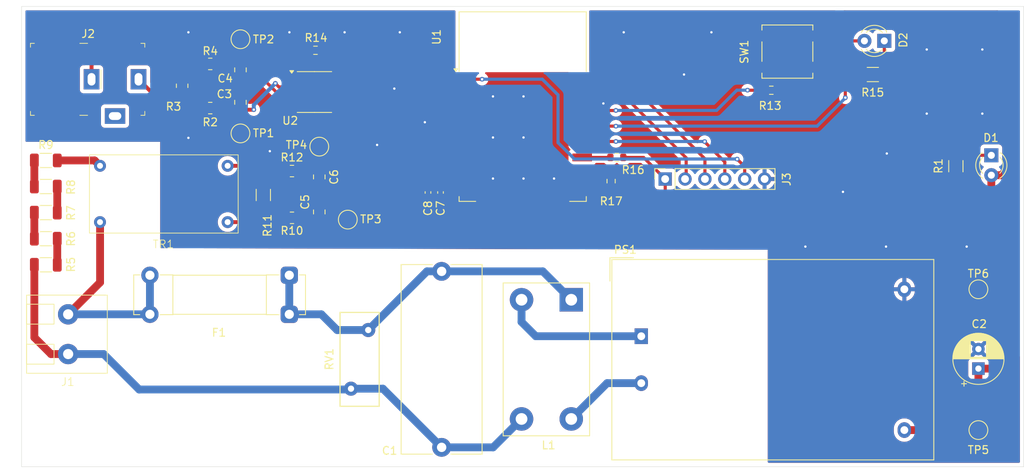
<source format=kicad_pcb>
(kicad_pcb (version 20240108) (generator "pcbnew") (generator_version "8.0")
  (layers (0 "F.Cu" signal) (31 "B.Cu" signal) (34 "B.Paste" user) (35 "F.Paste" user) (36 "B.SilkS" user "B.Silkscreen") (37 "F.SilkS" user "F.Silkscreen") (38 "B.Mask" user) (39 "F.Mask" user) (44 "Edge.Cuts" user))
  (net 0 "")
  (net 1 "+3V3")
  (net 2 "/VP")
  (net 3 "/IP1")
  (net 4 "/SDO{slash}MISO")
  (net 5 "/VN")
  (net 6 "/IN1")
  (net 7 "/SCLK")
  (net 8 "/SDI{slash}MOSI")
  (net 9 "GND")
  (net 10 "NEUT")
  (net 11 "Net-(C1-Pad1)")
  (net 12 "Net-(D1-K)")
  (net 13 "Net-(D2-K)")
  (net 14 "/GPIO5")
  (net 15 "LINE")
  (net 16 "/RXD{slash}TXD")
  (net 17 "/TXD{slash}RXD")
  (net 18 "/nRST")
  (net 19 "/GPIO0")
  (net 20 "Net-(PS1-AC{slash}L)")
  (net 21 "Net-(PS1-AC{slash}N)")
  (net 22 "Net-(R5-Pad1)")
  (net 23 "Net-(R6-Pad1)")
  (net 24 "Net-(R7-Pad2)")
  (net 25 "Net-(R8-Pad2)")
  (net 26 "Net-(R9-Pad1)")
  (net 27 "Net-(R10-Pad2)")
  (net 28 "Net-(R11-Pad2)")
  (net 29 "/GPIO4")
  (net 30 "Net-(U1-EN)")
  (net 31 "Net-(U1-GPIO2)")
  (net 32 "Net-(U1-GPIO15)")
  (net 42 "Net-(J2-Pad2)")
  (net 43 "Net-(J2-Pad1)")
  (footprint "Resistor_SMD:R_1206_3216Metric" (layer "F.Cu") (at 203.33 84.01 -90)
    (property "Reference" "R1" (at -0.02 2.22 90) (layer "F.SilkS"))
    (property "Value" "100")
    (pad "1" smd roundrect (at -1.4625 0 270) (size 1.125 1.75) (layers "F.Cu" "F.Paste" "F.Mask") (roundrect_rratio 0.222222) (net 12 "Net-(D1-K)"))
    (pad "2" smd roundrect (at 1.4625 0 270) (size 1.125 1.75) (layers "F.Cu" "F.Paste" "F.Mask") (roundrect_rratio 0.222222) (net 9 "GND"))
  )
  (footprint "Capacitor_SMD:C_0402_1005Metric" (layer "F.Cu") (at 137.51 87.37 90)
    (property "Reference" "C7" (at -2.02 0 -90) (layer "F.SilkS"))
    (property "Value" "10uF")
    (pad "1" smd roundrect (at -0.48 0 90) (size 0.56 0.62) (layers "F.Cu" "F.Paste" "F.Mask") (net 9 "GND"))
    (pad "2" smd roundrect (at 0.48 0 90) (size 0.56 0.62) (layers "F.Cu" "F.Paste" "F.Mask") (net 1 "+3V3"))
  )
  (footprint "Resistor_SMD:R_0603_1608Metric" (layer "F.Cu") (at 159.3 85.92 90)
    (property "Reference" "R17" (at -2.57 0.01 180) (layer "F.SilkS"))
    (property "Value" "10K")
    (pad "1" smd roundrect (at -0.825 0 90) (size 0.8 0.95) (layers "F.Cu" "F.Paste" "F.Mask") (net 9 "GND"))
    (pad "2" smd roundrect (at 0.825 0 90) (size 0.8 0.95) (layers "F.Cu" "F.Paste" "F.Mask") (net 32 "Net-(U1-GPIO15)"))
  )
  (footprint "LED_THT:LED_D3.0mm" (layer "F.Cu") (at 194.19 67.99 180)
    (property "Reference" "D2" (at -2.42 0.1 90) (layer "F.SilkS"))
    (property "Value" "LED")
    (pad "1" thru_hole rect (at 0 0 180) (size 1.8 1.8) (drill 0.9) (layers "*.Cu" "*.Mask") (net 13 "Net-(D2-K)"))
    (pad "2" thru_hole circle (at 2.54 0 180) (size 1.8 1.8) (drill 0.9) (layers "*.Cu" "*.Mask") (net 29 "/GPIO4"))
  )
  (footprint "Resistor_SMD:R_0805_2012Metric" (layer "F.Cu") (at 118.5375 84.63 180)
    (property "Reference" "R12" (at 0 1.74 180) (layer "F.SilkS"))
    (property "Value" "1.0K")
    (pad "1" smd roundrect (at -0.9125 0 180) (size 1.025 1.4) (layers "F.Cu" "F.Paste" "F.Mask") (roundrect_rratio 0.243902) (net 5 "/VN"))
    (pad "2" smd roundrect (at 0.9125 0 180) (size 1.025 1.4) (layers "F.Cu" "F.Paste" "F.Mask") (roundrect_rratio 0.243902) (net 28 "Net-(R11-Pad2)"))
  )
  (footprint "Resistor_SMD:R_0805_2012Metric" (layer "F.Cu") (at 104.51 73.7277 90)
    (property "Reference" "R3" (at -2.6623 -1.1 180) (layer "F.SilkS"))
    (property "Value" "3.3K")
    (pad "1" smd roundrect (at -0.9125 0 90) (size 1.025 1.4) (layers "F.Cu" "F.Paste" "F.Mask") (roundrect_rratio 0.243902) (net 43 "Net-(J2-Pad1)"))
    (pad "2" smd roundrect (at 0.9125 0 90) (size 1.025 1.4) (layers "F.Cu" "F.Paste" "F.Mask") (roundrect_rratio 0.243902) (net 42 "Net-(J2-Pad2)"))
  )
  (footprint "Resistor_SMD:R_0805_2012Metric" (layer "F.Cu") (at 108.1 76.58 180)
    (property "Reference" "R2" (at 0 -1.81 180) (layer "F.SilkS"))
    (property "Value" "1.0K")
    (pad "1" smd roundrect (at -0.9125 0 180) (size 1.025 1.4) (layers "F.Cu" "F.Paste" "F.Mask") (roundrect_rratio 0.243902) (net 3 "/IP1"))
    (pad "2" smd roundrect (at 0.9125 0 180) (size 1.025 1.4) (layers "F.Cu" "F.Paste" "F.Mask") (roundrect_rratio 0.243902) (net 43 "Net-(J2-Pad1)"))
  )
  (footprint "Resistor_SMD:R_1206_3216Metric" (layer "F.Cu") (at 87.0975 89.945)
    (property "Reference" "R7" (at 3.2125 0.045 -90) (layer "F.SilkS"))
    (property "Value" "20K")
    (pad "1" smd roundrect (at -1.4625 0) (size 1.125 1.75) (layers "F.Cu" "F.Paste" "F.Mask") (roundrect_rratio 0.222222) (net 23 "Net-(R6-Pad1)"))
    (pad "2" smd roundrect (at 1.4625 0) (size 1.125 1.75) (layers "F.Cu" "F.Paste" "F.Mask") (roundrect_rratio 0.222222) (net 24 "Net-(R7-Pad2)"))
  )
  (footprint "Converter_ACDC:Converter_ACDC_Hi-Link_HLK-5Mxx" (layer "F.Cu") (at 163.15 105.75)
    (property "Reference" "PS1" (at -2.04 -11.06 0) (layer "F.SilkS"))
    (property "Value" "HLK-5M03")
    (pad "1" thru_hole rect (at 0 0) (size 1.7 2) (drill 1) (layers "*.Cu" "*.Mask") (net 20 "Net-(PS1-AC{slash}L)"))
    (pad "2" thru_hole oval (at 0 6) (size 1.7 2) (drill 1) (layers "*.Cu" "*.Mask") (net 21 "Net-(PS1-AC{slash}N)"))
    (pad "3" thru_hole oval (at 33.6 -6) (size 1.7 2) (drill 1) (layers "*.Cu" "*.Mask") (net 9 "GND"))
    (pad "4" thru_hole oval (at 33.6 12) (size 1.7 2) (drill 1) (layers "*.Cu" "*.Mask") (net 1 "+3V3"))
  )
  (footprint "Capacitor_THT:C_Rect_L24.0mm_W10.1mm_P22.50mm_MKT" (layer "F.Cu") (at 137.6525 97.4575 -90)
    (property "Reference" "C1" (at 22.9325 6.6425 0) (layer "F.SilkS"))
    (property "Value" "0.1uF/275VAC")
    (pad "1" thru_hole circle (at 0 0 270) (size 2.4 2.4) (drill 1.2) (layers "*.Cu" "*.Mask") (net 11 "Net-(C1-Pad1)"))
    (pad "2" thru_hole circle (at 22.5 0 270) (size 2.4 2.4) (drill 1.2) (layers "*.Cu" "*.Mask") (net 10 "NEUT"))
  )
  (footprint "Package_SO:TSSOP-14_4.4x5mm_P0.65mm" (layer "F.Cu") (at 121.4075 74.53)
    (property "Reference" "U2" (at -3.0975 3.66 0) (layer "F.SilkS"))
    (property "Value" "BL0940")
    (pad "1" smd roundrect (at -2.8625 -1.95) (size 1.475 0.4) (layers "F.Cu" "F.Paste" "F.Mask") (net 1 "+3V3"))
    (pad "2" smd roundrect (at -2.8625 -1.3) (size 1.475 0.4) (layers "F.Cu" "F.Paste" "F.Mask"))
    (pad "3" smd roundrect (at -2.8625 -0.65) (size 1.475 0.4) (layers "F.Cu" "F.Paste" "F.Mask") (net 3 "/IP1"))
    (pad "4" smd roundrect (at -2.8625 0) (size 1.475 0.4) (layers "F.Cu" "F.Paste" "F.Mask") (net 6 "/IN1"))
    (pad "5" smd roundrect (at -2.8625 0.65) (size 1.475 0.4) (layers "F.Cu" "F.Paste" "F.Mask") (net 2 "/VP"))
    (pad "6" smd roundrect (at -2.8625 1.3) (size 1.475 0.4) (layers "F.Cu" "F.Paste" "F.Mask") (net 5 "/VN"))
    (pad "7" smd roundrect (at -2.8625 1.95) (size 1.475 0.4) (layers "F.Cu" "F.Paste" "F.Mask") (net 9 "GND"))
    (pad "8" smd roundrect (at 2.8625 1.95) (size 1.475 0.4) (layers "F.Cu" "F.Paste" "F.Mask"))
    (pad "9" smd roundrect (at 2.8625 1.3) (size 1.475 0.4) (layers "F.Cu" "F.Paste" "F.Mask"))
    (pad "10" smd roundrect (at 2.8625 0.65) (size 1.475 0.4) (layers "F.Cu" "F.Paste" "F.Mask") (net 1 "+3V3"))
    (pad "11" smd roundrect (at 2.8625 0) (size 1.475 0.4) (layers "F.Cu" "F.Paste" "F.Mask") (net 7 "/SCLK"))
    (pad "12" smd roundrect (at 2.8625 -0.65) (size 1.475 0.4) (layers "F.Cu" "F.Paste" "F.Mask") (net 8 "/SDI{slash}MOSI"))
    (pad "13" smd roundrect (at 2.8625 -1.3) (size 1.475 0.4) (layers "F.Cu" "F.Paste" "F.Mask") (net 4 "/SDO{slash}MISO"))
    (pad "14" smd roundrect (at 2.8625 -1.95) (size 1.475 0.4) (layers "F.Cu" "F.Paste" "F.Mask"))
  )
  (footprint "TestPoint:TestPoint_Pad_D2.0mm" (layer "F.Cu") (at 111.96 79.8177)
    (property "Reference" "TP1" (at 2.95 -0.0277 0) (layer "F.SilkS"))
    (property "Value" "TestPoint")
    (pad "1" smd circle (at 0 0) (size 2 2) (layers "F.Cu" "F.Mask") (net 3 "/IP1"))
  )
  (footprint "Resistor_SMD:R_1206_3216Metric" (layer "F.Cu") (at 192.7275 72.29 180)
    (property "Reference" "R15" (at 0.0175 -2.3 180) (layer "F.SilkS"))
    (property "Value" "100")
    (pad "1" smd roundrect (at -1.4625 0 180) (size 1.125 1.75) (layers "F.Cu" "F.Paste" "F.Mask") (roundrect_rratio 0.222222) (net 13 "Net-(D2-K)"))
    (pad "2" smd roundrect (at 1.4625 0 180) (size 1.125 1.75) (layers "F.Cu" "F.Paste" "F.Mask") (roundrect_rratio 0.222222) (net 9 "GND"))
  )
  (footprint "Resistor_SMD:R_1206_3216Metric" (layer "F.Cu") (at 114.88 87.69 90)
    (property "Reference" "R11" (at -3.9 0.53 90) (layer "F.SilkS"))
    (property "Value" "24.9K")
    (pad "1" smd roundrect (at -1.4625 0 90) (size 1.125 1.75) (layers "F.Cu" "F.Paste" "F.Mask") (roundrect_rratio 0.222222) (net 27 "Net-(R10-Pad2)"))
    (pad "2" smd roundrect (at 1.4625 0 90) (size 1.125 1.75) (layers "F.Cu" "F.Paste" "F.Mask") (roundrect_rratio 0.222222) (net 28 "Net-(R11-Pad2)"))
  )
  (footprint "Resistor_SMD:R_1206_3216Metric" (layer "F.Cu") (at 87.0975 86.61 180)
    (property "Reference" "R8" (at -3.2125 -0.08 90) (layer "F.SilkS"))
    (property "Value" "20K")
    (pad "1" smd roundrect (at -1.4625 0 180) (size 1.125 1.75) (layers "F.Cu" "F.Paste" "F.Mask") (roundrect_rratio 0.222222) (net 24 "Net-(R7-Pad2)"))
    (pad "2" smd roundrect (at 1.4625 0 180) (size 1.125 1.75) (layers "F.Cu" "F.Paste" "F.Mask") (roundrect_rratio 0.222222) (net 25 "Net-(R8-Pad2)"))
  )
  (footprint "Resistor_SMD:R_0805_2012Metric" (layer "F.Cu") (at 118.5375 90.61 180)
    (property "Reference" "R10" (at 0 -1.65 180) (layer "F.SilkS"))
    (property "Value" "1.0K")
    (pad "1" smd roundrect (at -0.9125 0 180) (size 1.025 1.4) (layers "F.Cu" "F.Paste" "F.Mask") (roundrect_rratio 0.243902) (net 2 "/VP"))
    (pad "2" smd roundrect (at 0.9125 0 180) (size 1.025 1.4) (layers "F.Cu" "F.Paste" "F.Mask") (roundrect_rratio 0.243902) (net 27 "Net-(R10-Pad2)"))
  )
  (footprint "TestPoint:TestPoint_Pad_D2.0mm" (layer "F.Cu") (at 206.21 99.75)
    (property "Reference" "TP6" (at 0 -1.998 0) (layer "F.SilkS"))
    (property "Value" "TestPoint")
    (pad "1" smd circle (at 0 0) (size 2 2) (layers "F.Cu" "F.Mask") (net 9 "GND"))
  )
  (footprint "Resistor_SMD:R_1206_3216Metric" (layer "F.Cu") (at 87.0975 93.28)
    (property "Reference" "R6" (at 3.2125 0.01 -90) (layer "F.SilkS"))
    (property "Value" "20K")
    (pad "1" smd roundrect (at -1.4625 0) (size 1.125 1.75) (layers "F.Cu" "F.Paste" "F.Mask") (roundrect_rratio 0.222222) (net 23 "Net-(R6-Pad1)"))
    (pad "2" smd roundrect (at 1.4625 0) (size 1.125 1.75) (layers "F.Cu" "F.Paste" "F.Mask") (roundrect_rratio 0.222222) (net 22 "Net-(R5-Pad1)"))
  )
  (footprint "Varistor:RV_Disc_D12mm_W5mm_P7.5mm" (layer "F.Cu") (at 128.27625 104.9575 -90)
    (property "Reference" "RV1" (at 3.7325 4.96625 90) (layer "F.SilkS"))
    (property "Value" "560V")
    (pad "1" thru_hole circle (at 0 0 270) (size 1.8 1.8) (drill 0.8) (layers "*.Cu" "*.Mask") (net 11 "Net-(C1-Pad1)"))
    (pad "2" thru_hole circle (at 7.5 2.2 270) (size 1.8 1.8) (drill 0.8) (layers "*.Cu" "*.Mask") (net 10 "NEUT"))
  )
  (footprint "RF_Module:ESP-12E" (layer "F.Cu") (at 148.005 76.39)
    (property "Reference" "U1" (at -10.995 -8.9 90) (layer "F.SilkS"))
    (property "Value" "ESP-12F")
    (pad "1" smd rect (at -7.6 -3.5) (size 2.5 1) (layers "F.Cu" "F.Paste" "F.Mask") (net 18 "/nRST"))
    (pad "2" smd rect (at -7.6 -1.5) (size 2.5 1) (layers "F.Cu" "F.Paste" "F.Mask"))
    (pad "3" smd rect (at -7.6 0.5) (size 2.5 1) (layers "F.Cu" "F.Paste" "F.Mask") (net 30 "Net-(U1-EN)"))
    (pad "4" smd rect (at -7.6 2.5) (size 2.5 1) (layers "F.Cu" "F.Paste" "F.Mask"))
    (pad "5" smd rect (at -7.6 4.5) (size 2.5 1) (layers "F.Cu" "F.Paste" "F.Mask") (net 7 "/SCLK"))
    (pad "6" smd rect (at -7.6 6.5) (size 2.5 1) (layers "F.Cu" "F.Paste" "F.Mask") (net 4 "/SDO{slash}MISO"))
    (pad "7" smd rect (at -7.6 8.5) (size 2.5 1) (layers "F.Cu" "F.Paste" "F.Mask") (net 8 "/SDI{slash}MOSI"))
    (pad "8" smd rect (at -7.6 10.5) (size 2.5 1) (layers "F.Cu" "F.Paste" "F.Mask") (net 1 "+3V3"))
    (pad "9" smd rect (at -5 12) (size 1 1.8) (layers "F.Cu" "F.Paste" "F.Mask"))
    (pad "10" smd rect (at -3 12) (size 1 1.8) (layers "F.Cu" "F.Paste" "F.Mask"))
    (pad "11" smd rect (at -1 12) (size 1 1.8) (layers "F.Cu" "F.Paste" "F.Mask"))
    (pad "12" smd rect (at 1 12) (size 1 1.8) (layers "F.Cu" "F.Paste" "F.Mask"))
    (pad "13" smd rect (at 3 12) (size 1 1.8) (layers "F.Cu" "F.Paste" "F.Mask"))
    (pad "14" smd rect (at 5 12) (size 1 1.8) (layers "F.Cu" "F.Paste" "F.Mask"))
    (pad "15" smd rect (at 7.6 10.5) (size 2.5 1) (layers "F.Cu" "F.Paste" "F.Mask") (net 9 "GND"))
    (pad "16" smd rect (at 7.6 8.5) (size 2.5 1) (layers "F.Cu" "F.Paste" "F.Mask") (net 32 "Net-(U1-GPIO15)"))
    (pad "17" smd rect (at 7.6 6.5) (size 2.5 1) (layers "F.Cu" "F.Paste" "F.Mask") (net 31 "Net-(U1-GPIO2)"))
    (pad "18" smd rect (at 7.6 4.5) (size 2.5 1) (layers "F.Cu" "F.Paste" "F.Mask") (net 19 "/GPIO0"))
    (pad "19" smd rect (at 7.6 2.5) (size 2.5 1) (layers "F.Cu" "F.Paste" "F.Mask") (net 29 "/GPIO4"))
    (pad "20" smd rect (at 7.6 0.5) (size 2.5 1) (layers "F.Cu" "F.Paste" "F.Mask") (net 14 "/GPIO5"))
    (pad "21" smd rect (at 7.6 -1.5) (size 2.5 1) (layers "F.Cu" "F.Paste" "F.Mask") (net 16 "/RXD{slash}TXD"))
    (pad "22" smd rect (at 7.6 -3.5) (size 2.5 1) (layers "F.Cu" "F.Paste" "F.Mask") (net 17 "/TXD{slash}RXD"))
    (zone (net 0) (net_name "") (layers "*.Cu") (connect_pads (clearance 0)) (min_thickness 0.254)
      (keepout (tracks not_allowed) (vias not_allowed) (pads not_allowed) (copperpour not_allowed) (footprints not_allowed))
      (fill (thermal_gap 0.508) (thermal_bridge_width 0.508))
      (polygon (pts (xy 139.885 71.59) (xy 156.125 71.59) (xy 156.125 64.27) (xy 139.885 64.27)))
    )
  )
  (footprint "1_Custom_Library:ZMPT107-1" (layer "F.Cu") (at 102.17 87.86)
    (property "Reference" "TR1" (at -0.06 6.13 0) (layer "F.SilkS") (effects (font (thickness 0.1))))
    (property "Value" "ZMPT107-1")
    (pad "1" thru_hole circle (at -8.15 3.3) (size 1.524 1.524) (drill 0.762) (layers "*.Cu" "*.Mask") (net 15 "LINE"))
    (pad "2" thru_hole circle (at -8.15 -3.9) (size 1.524 1.524) (drill 0.762) (layers "*.Cu" "*.Mask") (net 26 "Net-(R9-Pad1)"))
    (pad "3" thru_hole circle (at 8.15 3.3) (size 1.524 1.524) (drill 0.762) (layers "*.Cu" "*.Mask") (net 27 "Net-(R10-Pad2)"))
    (pad "4" thru_hole circle (at 8.15 -3.9) (size 1.524 1.524) (drill 0.762) (layers "*.Cu" "*.Mask") (net 28 "Net-(R11-Pad2)"))
  )
  (footprint "TestPoint:TestPoint_Pad_D2.0mm" (layer "F.Cu") (at 122.0275 81.51)
    (property "Reference" "TP4" (at -2.9175 -0.22 0) (layer "F.SilkS"))
    (property "Value" "TestPoint")
    (pad "1" smd circle (at 0 0) (size 2 2) (layers "F.Cu" "F.Mask") (net 5 "/VN"))
  )
  (footprint "TestPoint:TestPoint_Pad_D2.0mm" (layer "F.Cu") (at 125.6675 90.84)
    (property "Reference" "TP3" (at 2.9425 -0.05 0) (layer "F.SilkS"))
    (property "Value" "TestPoint")
    (pad "1" smd circle (at 0 0) (size 2 2) (layers "F.Cu" "F.Mask") (net 2 "/VP"))
  )
  (footprint "Capacitor_SMD:C_0805_2012Metric" (layer "F.Cu") (at 111.96 71.6954 90)
    (property "Reference" "C4" (at -1.0946 -1.95 180) (layer "F.SilkS"))
    (property "Value" "33nF")
    (pad "1" smd roundrect (at -0.95 0 90) (size 1 1.45) (layers "F.Cu" "F.Paste" "F.Mask") (net 9 "GND"))
    (pad "2" smd roundrect (at 0.95 0 90) (size 1 1.45) (layers "F.Cu" "F.Paste" "F.Mask") (net 6 "/IN1"))
  )
  (footprint "1_Custom_Library:1x2P_5.00_Screw_Terminal_Block" (layer "F.Cu") (at 89.80125 104.69988)
    (property "Reference" "J1" (at 0.10875 6.89012 0) (layer "F.SilkS") (effects (font (thickness 0.1))))
    (property "Value" "Screw_Terminal_01x02")
    (pad "1" thru_hole circle (at 0.15 -1.75) (size 2.6 2.6) (drill 1.3) (layers "*.Cu" "*.Mask") (net 15 "LINE"))
    (pad "2" thru_hole circle (at 0.15 3.33) (size 2.6 2.6) (drill 1.3) (layers "*.Cu" "*.Mask") (net 10 "NEUT"))
  )
  (footprint "Resistor_SMD:R_1206_3216Metric" (layer "F.Cu") (at 87.0975 96.615 180)
    (property "Reference" "R5" (at -3.2125 0.025 90) (layer "F.SilkS"))
    (property "Value" "20K")
    (pad "1" smd roundrect (at -1.4625 0 180) (size 1.125 1.75) (layers "F.Cu" "F.Paste" "F.Mask") (roundrect_rratio 0.222222) (net 22 "Net-(R5-Pad1)"))
    (pad "2" smd roundrect (at 1.4625 0 180) (size 1.125 1.75) (layers "F.Cu" "F.Paste" "F.Mask") (roundrect_rratio 0.222222) (net 10 "NEUT"))
  )
  (footprint "Capacitor_SMD:C_0805_2012Metric" (layer "F.Cu") (at 111.96 75.84 90)
    (property "Reference" "C3" (at 1.05 -2.05 180) (layer "F.SilkS"))
    (property "Value" "33nF")
    (pad "1" smd roundrect (at -0.95 0 90) (size 1 1.45) (layers "F.Cu" "F.Paste" "F.Mask") (net 3 "/IP1"))
    (pad "2" smd roundrect (at 0.95 0 90) (size 1 1.45) (layers "F.Cu" "F.Paste" "F.Mask") (net 9 "GND"))
  )
  (footprint "Capacitor_SMD:C_0402_1005Metric" (layer "F.Cu") (at 135.91 87.37 90)
    (property "Reference" "C8" (at -2.02 0 -90) (layer "F.SilkS"))
    (property "Value" "100nF")
    (pad "1" smd roundrect (at -0.48 0 90) (size 0.56 0.62) (layers "F.Cu" "F.Paste" "F.Mask") (net 9 "GND"))
    (pad "2" smd roundrect (at 0.48 0 90) (size 0.56 0.62) (layers "F.Cu" "F.Paste" "F.Mask") (net 1 "+3V3"))
  )
  (footprint "LED_THT:LED_D3.0mm" (layer "F.Cu") (at 207.86 82.62 -90)
    (property "Reference" "D1" (at -2.23 0.05 0) (layer "F.SilkS"))
    (property "Value" "LED")
    (pad "1" thru_hole rect (at 0 0 270) (size 1.8 1.8) (drill 0.9) (layers "*.Cu" "*.Mask") (net 12 "Net-(D1-K)"))
    (pad "2" thru_hole circle (at 2.54 0 270) (size 1.8 1.8) (drill 0.9) (layers "*.Cu" "*.Mask") (net 1 "+3V3"))
  )
  (footprint "Capacitor_SMD:C_0805_2012Metric" (layer "F.Cu") (at 122.0275 89.86 90)
    (property "Reference" "C5" (at 1.27 -1.8175 -90) (layer "F.SilkS"))
    (property "Value" "33nF")
    (pad "1" smd roundrect (at -0.95 0 90) (size 1 1.45) (layers "F.Cu" "F.Paste" "F.Mask") (net 2 "/VP"))
    (pad "2" smd roundrect (at 0.95 0 90) (size 1 1.45) (layers "F.Cu" "F.Paste" "F.Mask") (net 9 "GND"))
  )
  (footprint "Resistor_SMD:R_0805_2012Metric" (layer "F.Cu") (at 108.1 70.9354 180)
    (property "Reference" "R4" (at 0 1.6454 180) (layer "F.SilkS"))
    (property "Value" "1.0K")
    (pad "1" smd roundrect (at -0.9125 0 180) (size 1.025 1.4) (layers "F.Cu" "F.Paste" "F.Mask") (roundrect_rratio 0.243902) (net 6 "/IN1"))
    (pad "2" smd roundrect (at 0.9125 0 180) (size 1.025 1.4) (layers "F.Cu" "F.Paste" "F.Mask") (roundrect_rratio 0.243902) (net 42 "Net-(J2-Pad2)"))
  )
  (footprint "Resistor_SMD:R_0603_1608Metric" (layer "F.Cu") (at 179.76 74.3)
    (property "Reference" "R13" (at -0.15 1.99 0) (layer "F.SilkS"))
    (property "Value" "10K")
    (pad "1" smd roundrect (at -0.825 0) (size 0.8 0.95) (layers "F.Cu" "F.Paste" "F.Mask") (net 14 "/GPIO5"))
    (pad "2" smd roundrect (at 0.825 0) (size 0.8 0.95) (layers "F.Cu" "F.Paste" "F.Mask") (net 9 "GND"))
  )
  (footprint "TestPoint:TestPoint_Pad_D2.0mm" (layer "F.Cu") (at 111.96 67.7777)
    (property "Reference" "TP2" (at 2.95 0.0123 0) (layer "F.SilkS"))
    (property "Value" "TestPoint")
    (pad "1" smd circle (at 0 0) (size 2 2) (layers "F.Cu" "F.Mask") (net 6 "/IN1"))
  )
  (footprint "Inductor_THT:L_CommonMode_Toroid_Vertical_L19.3mm_W10.8mm_Px6.35mm_Py15.24mm_Bourns_8100" (layer "F.Cu") (at 154.20875 101.0875 -90)
    (property "Reference" "L1" (at 18.6025 2.89875 0) (layer "F.SilkS"))
    (property "Value" "10-30mH")
    (pad "1" thru_hole rect (at 0 0 270) (size 3 3) (drill 1.5) (layers "*.Cu" "*.Mask") (net 11 "Net-(C1-Pad1)"))
    (pad "2" thru_hole circle (at 0 6.35 270) (size 3 3) (drill 1.5) (layers "*.Cu" "*.Mask") (net 20 "Net-(PS1-AC{slash}L)"))
    (pad "3" thru_hole circle (at 15.24 6.35 270) (size 3 3) (drill 1.5) (layers "*.Cu" "*.Mask") (net 10 "NEUT"))
    (pad "4" thru_hole circle (at 15.24 0 270) (size 3 3) (drill 1.5) (layers "*.Cu" "*.Mask") (net 21 "Net-(PS1-AC{slash}N)"))
  )
  (footprint "Resistor_SMD:R_0603_1608Metric" (layer "F.Cu") (at 160.03 82.89 180)
    (property "Reference" "R16" (at -2.08 -1.6 0) (layer "F.SilkS"))
    (property "Value" "10K")
    (pad "1" smd roundrect (at -0.825 0 180) (size 0.8 0.95) (layers "F.Cu" "F.Paste" "F.Mask") (net 1 "+3V3"))
    (pad "2" smd roundrect (at 0.825 0 180) (size 0.8 0.95) (layers "F.Cu" "F.Paste" "F.Mask") (net 31 "Net-(U1-GPIO2)"))
  )
  (footprint "Resistor_SMD:R_0603_1608Metric" (layer "F.Cu") (at 121.54 69.19 180)
    (property "Reference" "R14" (at -0.07 1.59 180) (layer "F.SilkS"))
    (property "Value" "10K")
    (pad "1" smd roundrect (at -0.825 0 180) (size 0.8 0.95) (layers "F.Cu" "F.Paste" "F.Mask") (net 30 "Net-(U1-EN)"))
    (pad "2" smd roundrect (at 0.825 0 180) (size 0.8 0.95) (layers "F.Cu" "F.Paste" "F.Mask") (net 1 "+3V3"))
  )
  (footprint "Fuse:Fuseholder_Clip-5x20mm_Bel_FC-203-22_Lateral_P17.80x5.00mm_D1.17mm_Horizontal" (layer "F.Cu") (at 118.19625 102.94988 180)
    (property "Reference" "F1" (at 8.98625 -2.34012 180) (layer "F.SilkS"))
    (property "Value" "1A/250VAC")
    (pad "1" thru_hole roundrect (at 0 0 180) (size 2.2 2.2) (drill 1.17) (layers "*.Cu" "*.Mask") (net 11 "Net-(C1-Pad1)"))
    (pad "1" thru_hole roundrect (at 0 5 180) (size 2.2 2.2) (drill 1.17) (layers "*.Cu" "*.Mask") (net 11 "Net-(C1-Pad1)"))
    (pad "2" thru_hole circle (at 17.8 0 180) (size 2.2 2.2) (drill 1.17) (layers "*.Cu" "*.Mask") (net 15 "LINE"))
    (pad "2" thru_hole circle (at 17.8 5 180) (size 2.2 2.2) (drill 1.17) (layers "*.Cu" "*.Mask") (net 15 "LINE"))
  )
  (footprint "digikey-footprints:Barrel_Jack_5.5mmODx2.1mmID_PJ-102A" (layer "F.Cu") (at 95.94 72.9 90)
    (property "Reference" "J2" (at 5.81 -3.43 180) (layer "F.SilkS"))
    (property "Value" "PJ-102A")
    (pad "1" thru_hole rect (at 0 3 90) (size 2.6 2) (drill oval 1.6 1) (layers "*.Cu" "*.Mask") (net 43 "Net-(J2-Pad1)"))
    (pad "2" thru_hole rect (at 0 -3 90) (size 2.6 2) (drill oval 1.6 1) (layers "*.Cu" "*.Mask") (net 42 "Net-(J2-Pad2)"))
    (pad "3" thru_hole rect (at -4.7 0 90) (size 2 2.6) (drill oval 1 1.6) (layers "*.Cu" "*.Mask"))
  )
  (footprint "Resistor_SMD:R_1206_3216Metric" (layer "F.Cu") (at 87.0975 83.275 180)
    (property "Reference" "R9" (at -0.0125 1.985 180) (layer "F.SilkS"))
    (property "Value" "20K")
    (pad "1" smd roundrect (at -1.4625 0 180) (size 1.125 1.75) (layers "F.Cu" "F.Paste" "F.Mask") (roundrect_rratio 0.222222) (net 26 "Net-(R9-Pad1)"))
    (pad "2" smd roundrect (at 1.4625 0 180) (size 1.125 1.75) (layers "F.Cu" "F.Paste" "F.Mask") (roundrect_rratio 0.222222) (net 25 "Net-(R8-Pad2)"))
  )
  (footprint "TestPoint:TestPoint_Pad_D2.0mm" (layer "F.Cu") (at 206.21 117.75)
    (property "Reference" "TP5" (at 0 2.54 0) (layer "F.SilkS"))
    (property "Value" "TestPoint")
    (pad "1" smd circle (at 0 0) (size 2 2) (layers "F.Cu" "F.Mask") (net 1 "+3V3"))
  )
  (footprint "Connector_PinSocket_2.54mm:PinSocket_1x06_P2.54mm_Vertical" (layer "F.Cu") (at 166.2 85.65 90)
    (property "Reference" "J3" (at -0.04 15.51 90) (layer "F.SilkS"))
    (property "Value" "Conn_01x06_Socket")
    (pad "1" thru_hole rect (at 0 0 90) (size 1.7 1.7) (drill 1) (layers "*.Cu" "*.Mask") (net 1 "+3V3"))
    (pad "2" thru_hole oval (at 0 2.54 90) (size 1.7 1.7) (drill 1) (layers "*.Cu" "*.Mask") (net 16 "/RXD{slash}TXD"))
    (pad "3" thru_hole oval (at 0 5.08 90) (size 1.7 1.7) (drill 1) (layers "*.Cu" "*.Mask") (net 17 "/TXD{slash}RXD"))
    (pad "4" thru_hole oval (at 0 7.62 90) (size 1.7 1.7) (drill 1) (layers "*.Cu" "*.Mask") (net 19 "/GPIO0"))
    (pad "5" thru_hole oval (at 0 10.16 90) (size 1.7 1.7) (drill 1) (layers "*.Cu" "*.Mask") (net 18 "/nRST"))
    (pad "6" thru_hole oval (at 0 12.7 90) (size 1.7 1.7) (drill 1) (layers "*.Cu" "*.Mask") (net 9 "GND"))
  )
  (footprint "Capacitor_THT:CP_Radial_D6.3mm_P2.50mm" (layer "F.Cu") (at 206.21 109.88988 90)
    (property "Reference" "C2" (at 5.69988 0.1 180) (layer "F.SilkS"))
    (property "Value" "100uF")
    (pad "1" thru_hole rect (at 0 0 90) (size 1.6 1.6) (drill 0.8) (layers "*.Cu" "*.Mask") (net 1 "+3V3"))
    (pad "2" thru_hole circle (at 2.5 0 90) (size 1.6 1.6) (drill 0.8) (layers "*.Cu" "*.Mask") (net 9 "GND"))
  )
  (footprint "Button_Switch_SMD:SW_SPST_B3SL-1022P" (layer "F.Cu") (at 181.81 69.36 180)
    (property "Reference" "SW1" (at 5.5 -0.03 -90) (layer "F.SilkS"))
    (property "Value" "Config_SW")
    (pad "1" smd rect (at -2.88 -2 180) (size 2.75 1) (layers "F.Cu" "F.Paste" "F.Mask") (net 14 "/GPIO5"))
    (pad "1" smd rect (at 2.88 -2 180) (size 2.75 1) (layers "F.Cu" "F.Paste" "F.Mask") (net 14 "/GPIO5"))
    (pad "2" smd rect (at -2.88 2 180) (size 2.75 1) (layers "F.Cu" "F.Paste" "F.Mask") (net 1 "+3V3"))
    (pad "2" smd rect (at 2.88 2 180) (size 2.75 1) (layers "F.Cu" "F.Paste" "F.Mask") (net 1 "+3V3"))
  )
  (footprint "Capacitor_SMD:C_0805_2012Metric" (layer "F.Cu") (at 122.0275 85.38 90)
    (property "Reference" "C6" (at -0.01 1.8825 -90) (layer "F.SilkS"))
    (property "Value" "33nF")
    (pad "1" smd roundrect (at -0.95 0 90) (size 1 1.45) (layers "F.Cu" "F.Paste" "F.Mask") (net 9 "GND"))
    (pad "2" smd roundrect (at 0.95 0 90) (size 1 1.45) (layers "F.Cu" "F.Paste" "F.Mask") (net 5 "/VN"))
  )
  (gr_rect (start 84 63.59) (end 212.01 122.43) (stroke (width 0.05)) (fill none) (layer "Edge.Cuts"))
  (segment (start 207.86 85.16) (end 207.86 91.34) (width 1) (layer "F.Cu") (net 1))
  (segment (start 137.51 86.89) (end 135.91 86.89) (width 0.6) (layer "F.Cu") (net 1))
  (segment (start 206.21 117.47) (end 206.91 118.17) (width 0.4) (layer "F.Cu") (net 1))
  (segment (start 184.69 67.36) (end 185.84 67.36) (width 0.4) (layer "F.Cu") (net 1))
  (segment (start 207.86 91.34) (end 207.81 91.39) (width 1) (layer "F.Cu") (net 1))
  (segment (start 124.27 75.18) (end 125.5 75.18) (width 0.4) (layer "F.Cu") (net 1))
  (segment (start 186.34 67.36) (end 184.69 67.36) (width 1) (layer "F.Cu") (net 1))
  (segment (start 166.21 91.39) (end 132.01 91.39) (width 1) (layer "F.Cu") (net 1))
  (segment (start 178.93 67.36) (end 184.69 67.36) (width 1) (layer "F.Cu") (net 1))
  (segment (start 120 72.58) (end 122.6 75.18) (width 0.4) (layer "F.Cu") (net 1))
  (segment (start 140.405 86.89) (end 137.51 86.89) (width 0.6) (layer "F.Cu") (net 1))
  (segment (start 122.6 75.18) (end 124.27 75.18) (width 0.4) (layer "F.Cu") (net 1))
  (segment (start 163.44 82.89) (end 166.2 85.65) (width 0.4) (layer "F.Cu") (net 1))
  (segment (start 132.01 86.89) (end 135.91 86.89) (width 0.6) (layer "F.Cu") (net 1))
  (segment (start 117.31 69.19) (end 120.715 69.19) (width 0.4) (layer "F.Cu") (net 1))
  (segment (start 210.61 94.19) (end 207.81 91.39) (width 1) (layer "F.Cu") (net 1))
  (segment (start 196.75 117.75) (end 206.21 117.75) (width 1) (layer "F.Cu") (net 1))
  (segment (start 189.11 64.59) (end 186.34 67.36) (width 1) (layer "F.Cu") (net 1))
  (segment (start 117.01 69.49) (end 117.31 69.19) (width 0.4) (layer "F.Cu") (net 1))
  (segment (start 208.31012 109.88988) (end 210.61 107.59) (width 1) (layer "F.Cu") (net 1))
  (segment (start 210.61 66.59) (end 208.61 64.59) (width 1) (layer "F.Cu") (net 1))
  (segment (start 207.81 91.39) (end 166.21 91.39) (width 1) (layer "F.Cu") (net 1))
  (segment (start 207.86 85.16) (end 209.14 85.16) (width 1) (layer "F.Cu") (net 1))
  (segment (start 160.855 82.89) (end 163.44 82.89) (width 0.4) (layer "F.Cu") (net 1))
  (segment (start 166.21 85.66) (end 166.2 85.65) (width 0.4) (layer "F.Cu") (net 1))
  (segment (start 210.61 83.69) (end 210.61 66.59) (width 1) (layer "F.Cu") (net 1))
  (segment (start 128.01 77.69) (end 128.01 83.12) (width 0.4) (layer "F.Cu") (net 1))
  (segment (start 206.49 117.75) (end 206.91 118.17) (width 0.4) (layer "F.Cu") (net 1))
  (segment (start 140.345 86.83) (end 140.405 86.89) (width 0.6) (layer "F.Cu") (net 1))
  (segment (start 128.01 83.12) (end 131.78 86.89) (width 0.4) (layer "F.Cu") (net 1))
  (segment (start 210.61 107.59) (end 210.61 94.19) (width 1) (layer "F.Cu") (net 1))
  (segment (start 208.61 64.59) (end 189.11 64.59) (width 1) (layer "F.Cu") (net 1))
  (segment (start 166.21 91.39) (end 166.21 85.66) (width 0.4) (layer "F.Cu") (net 1))
  (segment (start 125.5 75.18) (end 128.01 77.69) (width 0.4) (layer "F.Cu") (net 1))
  (segment (start 206.21 109.88988) (end 208.31012 109.88988) (width 1) (layer "F.Cu") (net 1))
  (segment (start 118.545 72.58) (end 120 72.58) (width 0.4) (layer "F.Cu") (net 1))
  (segment (start 209.14 85.16) (end 210.61 83.69) (width 1) (layer "F.Cu") (net 1))
  (segment (start 118.545 72.58) (end 117.2 72.58) (width 0.4) (layer "F.Cu") (net 1))
  (segment (start 132.01 91.39) (end 132.01 86.89) (width 1) (layer "F.Cu") (net 1))
  (segment (start 206.21 117.75) (end 206.21 109.88988) (width 1) (layer "F.Cu") (net 1))
  (segment (start 117.01 72.39) (end 117.01 69.49) (width 0.4) (layer "F.Cu") (net 1))
  (segment (start 117.2 72.58) (end 117.01 72.39) (width 0.4) (layer "F.Cu") (net 1))
  (segment (start 125.6375 90.81) (end 125.6675 90.84) (width 0.5) (layer "F.Cu") (net 2))
  (segment (start 119.45 90.61) (end 121.8275 90.61) (width 0.5) (layer "F.Cu") (net 2))
  (segment (start 122.0275 90.81) (end 125.6375 90.81) (width 0.5) (layer "F.Cu") (net 2))
  (segment (start 119.99 75.18) (end 121.03 76.22) (width 0.4) (layer "F.Cu") (net 2))
  (segment (start 125.6675 80.8475) (end 125.6675 90.84) (width 0.4) (layer "F.Cu") (net 2))
  (segment (start 121.03 76.22) (end 121.04 76.22) (width 0.4) (layer "F.Cu") (net 2))
  (segment (start 118.545 75.18) (end 119.99 75.18) (width 0.4) (layer "F.Cu") (net 2))
  (segment (start 121.04 76.22) (end 125.6675 80.8475) (width 0.4) (layer "F.Cu") (net 2))
  (segment (start 121.8275 90.61) (end 122.0275 90.81) (width 0.5) (layer "F.Cu") (net 2))
  (segment (start 116.870662 73.88) (end 118.545 73.88) (width 0.4) (layer "F.Cu") (net 3))
  (segment (start 109.2225 76.79) (end 111.96 76.79) (width 0.5) (layer "F.Cu") (net 3))
  (segment (start 113.66 76.78) (end 113.67 76.79) (width 0.5) (layer "F.Cu") (net 3))
  (segment (start 113.66 76.78) (end 113.65 76.79) (width 0.5) (layer "F.Cu") (net 3))
  (segment (start 116.415331 73.424669) (end 116.870662 73.88) (width 0.4) (layer "F.Cu") (net 3))
  (segment (start 113.65 76.79) (end 111.96 76.79) (width 0.5) (layer "F.Cu") (net 3))
  (segment (start 109.0125 76.58) (end 109.2225 76.79) (width 0.5) (layer "F.Cu") (net 3))
  (segment (start 111.96 76.79) (end 111.96 79.8177) (width 0.5) (layer "F.Cu") (net 3))
  (via (at 116.415331 73.424669) (size 0.6) (drill 0.3) (layers "F.Cu" "B.Cu") (net 3))
  (via (at 113.66 76.78) (size 0.6) (drill 0.3) (layers "F.Cu" "B.Cu") (net 3))
  (segment (start 116.415331 73.424669) (end 113.66 76.18) (width 0.5) (layer "B.Cu") (net 3))
  (segment (start 113.66 76.18) (end 113.66 76.78) (width 0.5) (layer "B.Cu") (net 3))
  (segment (start 131.79 81.87) (end 132.81 82.89) (width 0.4) (layer "F.Cu") (net 4))
  (segment (start 131.79 78.75) (end 131.79 81.87) (width 0.4) (layer "F.Cu") (net 4))
  (segment (start 124.27 73.23) (end 126.27 73.23) (width 0.4) (layer "F.Cu") (net 4))
  (segment (start 126.27 73.23) (end 131.79 78.75) (width 0.4) (layer "F.Cu") (net 4))
  (segment (start 132.81 82.89) (end 140.405 82.89) (width 0.4) (layer "F.Cu") (net 4))
  (segment (start 119.62 75.83) (end 120.06 76.27) (width 0.4) (layer "F.Cu") (net 5))
  (segment (start 120.06 79.5425) (end 122.0275 81.51) (width 0.4) (layer "F.Cu") (net 5))
  (segment (start 122.0275 84.43) (end 122.0275 81.51) (width 0.5) (layer "F.Cu") (net 5))
  (segment (start 118.545 75.83) (end 119.62 75.83) (width 0.4) (layer "F.Cu") (net 5))
  (segment (start 121.8275 84.63) (end 122.0275 84.43) (width 0.5) (layer "F.Cu") (net 5))
  (segment (start 120.06 76.27) (end 120.06 79.5425) (width 0.4) (layer "F.Cu") (net 5))
  (segment (start 119.45 84.63) (end 121.8275 84.63) (width 0.5) (layer "F.Cu") (net 5))
  (segment (start 111.77 70.9354) (end 111.96 70.7454) (width 0.5) (layer "F.Cu") (net 6))
  (segment (start 111.96 70.7454) (end 111.96 67.7777) (width 0.5) (layer "F.Cu") (net 6))
  (segment (start 116.530712 74.53) (end 112.746112 70.7454) (width 0.4) (layer "F.Cu") (net 6))
  (segment (start 112.746112 70.7454) (end 111.96 70.7454) (width 0.4) (layer "F.Cu") (net 6))
  (segment (start 109.0125 70.9354) (end 111.77 70.9354) (width 0.5) (layer "F.Cu") (net 6))
  (segment (start 118.545 74.53) (end 116.530712 74.53) (width 0.4) (layer "F.Cu") (net 6))
  (segment (start 123.15 74.53) (end 122.81 74.19) (width 0.4) (layer "F.Cu") (net 7))
  (segment (start 132.51 78.49) (end 132.51 80.39) (width 0.4) (layer "F.Cu") (net 7))
  (segment (start 122.81 74.19) (end 122.81 72.09) (width 0.4) (layer "F.Cu") (net 7))
  (segment (start 123.21 71.69) (end 125.71 71.69) (width 0.4) (layer "F.Cu") (net 7))
  (segment (start 125.71 71.69) (end 132.51 78.49) (width 0.4) (layer "F.Cu") (net 7))
  (segment (start 124.27 74.53) (end 123.15 74.53) (width 0.4) (layer "F.Cu") (net 7))
  (segment (start 133.01 80.89) (end 140.405 80.89) (width 0.4) (layer "F.Cu") (net 7))
  (segment (start 122.81 72.09) (end 123.21 71.69) (width 0.4) (layer "F.Cu") (net 7))
  (segment (start 132.51 80.39) (end 133.01 80.89) (width 0.4) (layer "F.Cu") (net 7))
  (segment (start 125.901472 73.88) (end 131.08 79.058528) (width 0.4) (layer "F.Cu") (net 8))
  (segment (start 131.08 83.25) (end 132.72 84.89) (width 0.4) (layer "F.Cu") (net 8))
  (segment (start 132.72 84.89) (end 140.405 84.89) (width 0.4) (layer "F.Cu") (net 8))
  (segment (start 131.08 79.058528) (end 131.08 83.25) (width 0.4) (layer "F.Cu") (net 8))
  (segment (start 124.27 73.88) (end 125.901472 73.88) (width 0.4) (layer "F.Cu") (net 8))
  (segment (start 191.64 72.255) (end 191.605 72.29) (width 0.4) (layer "F.Cu") (net 9))
  (via (at 184.11 94.29) (size 0.6) (drill 0.3) (layers "F.Cu" "B.Cu") (net 9))
  (via (at 148.11 80.34) (size 0.6) (drill 0.3) (layers "F.Cu" "B.Cu") (net 9))
  (via (at 144.21 85.59) (size 0.6) (drill 0.3) (layers "F.Cu" "B.Cu") (net 9))
  (via (at 144.21 80.34) (size 0.6) (drill 0.3) (layers "F.Cu" "B.Cu") (net 9))
  (via (at 199.61 69.09) (size 0.6) (drill 0.3) (layers "F.Cu" "B.Cu") (net 9))
  (via (at 172.11 66.89) (size 0.6) (drill 0.3) (layers "F.Cu" "B.Cu") (net 9))
  (via (at 125.26 66.89) (size 0.6) (drill 0.3) (layers "F.Cu" "B.Cu") (net 9))
  (via (at 206.71 69.09) (size 0.6) (drill 0.3) (layers "F.Cu" "B.Cu") (net 9))
  (via (at 132.31 66.89) (size 0.6) (drill 0.3) (layers "F.Cu" "B.Cu") (net 9))
  (via (at 199.61 77.29) (size 0.6) (drill 0.3) (layers "F.Cu" "B.Cu") (net 9))
  (via (at 206.71 77.29) (size 0.6) (drill 0.3) (layers "F.Cu" "B.Cu") (net 9))
  (via (at 144.21 75.09) (size 0.6) (drill 0.3) (layers "F.Cu" "B.Cu") (net 9))
  (via (at 152.01 85.59) (size 0.6) (drill 0.3) (layers "F.Cu" "B.Cu") (net 9))
  (via (at 148.11 75.09) (size 0.6) (drill 0.3) (layers "F.Cu" "B.Cu") (net 9))
  (via (at 105.31 80.39) (size 0.6) (drill 0.3) (layers "F.Cu" "B.Cu") (net 9))
  (via (at 194.41 94.29) (size 0.6) (drill 0.3) (layers "F.Cu" "B.Cu") (net 9))
  (via (at 194.51 82.39) (size 0.6) (drill 0.3) (layers "F.Cu" "B.Cu") (net 9))
  (via (at 160.91 66.89) (size 0.6) (drill 0.3) (layers "F.Cu" "B.Cu") (net 9))
  (via (at 148.11 85.59) (size 0.6) (drill 0.3) (layers "F.Cu" "B.Cu") (net 9))
  (via (at 115.71 82.09) (size 0.6) (drill 0.3) (layers "F.Cu" "B.Cu") (net 9))
  (via (at 188.91 87.29) (size 0.6) (drill 0.3) (layers "F.Cu" "B.Cu") (net 9))
  (via (at 129.41 81.29) (size 0.6) (drill 0.3) (layers "F.Cu" "B.Cu") (net 9))
  (via (at 118.21 66.89) (size 0.6) (drill 0.3) (layers "F.Cu" "B.Cu") (net 9))
  (via (at 168.61 72.29) (size 0.6) (drill 0.3) (layers "F.Cu" "B.Cu") (net 9))
  (via (at 135.51 78.39) (size 0.6) (drill 0.3) (layers "F.Cu" "B.Cu") (net 9))
  (via (at 204.71 94.29) (size 0.6) (drill 0.3) (layers "F.Cu" "B.Cu") (net 9))
  (via (at 105.31 66.89) (size 0.6) (drill 0.3) (layers "F.Cu" "B.Cu") (net 9))
  (via (at 131.61 74.09) (size 0.6) (drill 0.3) (layers "F.Cu" "B.Cu") (net 9))
  (via (at 158.31 75.99) (size 0.6) (drill 0.3) (layers "F.Cu" "B.Cu") (net 9))
  (segment (start 85.635 105.905) (end 85.635 96.615) (width 1) (layer "F.Cu") (net 10))
  (segment (start 87.75988 108.02988) (end 85.635 105.905) (width 1) (layer "F.Cu") (net 10))
  (segment (start 89.95125 108.02988) (end 87.75988 108.02988) (width 1) (layer "F.Cu") (net 10))
  (segment (start 94.48625 108.02988) (end 99.01625 112.55988) (width 1) (layer "B.Cu") (net 10))
  (segment (start 144.22875 119.9575) (end 147.85875 116.3275) (width 1) (layer "B.Cu") (net 10))
  (segment (start 125.97387 112.55988) (end 126.07625 112.4575) (width 1) (layer "B.Cu") (net 10))
  (segment (start 126.07625 112.4575) (end 130.1525 112.4575) (width 1) (layer "B.Cu") (net 10))
  (segment (start 89.95125 108.02988) (end 94.48625 108.02988) (width 1) (layer "B.Cu") (net 10))
  (segment (start 99.01625 112.55988) (end 125.97387 112.55988) (width 1) (layer "B.Cu") (net 10))
  (segment (start 137.6525 119.9575) (end 144.22875 119.9575) (width 1) (layer "B.Cu") (net 10))
  (segment (start 130.1525 112.4575) (end 137.6525 119.9575) (width 1) (layer "B.Cu") (net 10))
  (segment (start 150.57875 97.4575) (end 154.20875 101.0875) (width 1) (layer "B.Cu") (net 11))
  (segment (start 118.19625 97.94988) (end 118.19625 102.94988) (width 1) (layer "B.Cu") (net 11))
  (segment (start 137.6525 97.4575) (end 150.57875 97.4575) (width 1) (layer "B.Cu") (net 11))
  (segment (start 124.30387 104.9575) (end 128.27625 104.9575) (width 1) (layer "B.Cu") (net 11))
  (segment (start 122.29625 102.94988) (end 124.30387 104.9575) (width 1) (layer "B.Cu") (net 11))
  (segment (start 128.27625 104.9575) (end 135.77625 97.4575) (width 1) (layer "B.Cu") (net 11))
  (segment (start 118.19625 102.94988) (end 122.29625 102.94988) (width 1) (layer "B.Cu") (net 11))
  (segment (start 135.77625 97.4575) (end 137.6525 97.4575) (width 1) (layer "B.Cu") (net 11))
  (segment (start 207.86 82.62) (end 203.4025 82.62) (width 0.4) (layer "F.Cu") (net 12))
  (segment (start 203.4025 82.62) (end 203.33 82.5475) (width 0.4) (layer "F.Cu") (net 12))
  (segment (start 194.19 67.99) (end 194.19 72.29) (width 0.4) (layer "F.Cu") (net 13))
  (segment (start 176.72 74.29) (end 176.71 74.3) (width 0.4) (layer "F.Cu") (net 14))
  (segment (start 159.905 76.88) (end 159.915 76.89) (width 0.4) (layer "F.Cu") (net 14))
  (segment (start 178.935 74.3) (end 176.73 74.3) (width 0.4) (layer "F.Cu") (net 14))
  (segment (start 159.875 76.89) (end 159.945 76.89) (width 0.4) (layer "F.Cu") (net 14))
  (segment (start 159.905 76.89) (end 159.915 76.88) (width 0.4) (layer "F.Cu") (net 14))
  (segment (start 155.605 76.89) (end 159.81 76.89) (width 0.4) (layer "F.Cu") (net 14))
  (segment (start 176.71 74.3) (end 176.7 74.3) (width 0.4) (layer "F.Cu") (net 14))
  (segment (start 176.7 74.3) (end 176.65 74.35) (width 0.4) (layer "F.Cu") (net 14))
  (segment (start 176.73 74.3) (end 176.72 74.29) (width 0.4) (layer "F.Cu") (net 14))
  (segment (start 178.935 74.3) (end 178.935 71.365) (width 0.4) (layer "F.Cu") (net 14))
  (segment (start 178.935 71.365) (end 178.93 71.36) (width 0.4) (layer "F.Cu") (net 14))
  (segment (start 159.905 76.89) (end 159.915 76.9) (width 0.4) (layer "F.Cu") (net 14))
  (segment (start 178.93 71.36) (end 184.69 71.36) (width 0.4) (layer "F.Cu") (net 14))
  (via (at 176.72 74.29) (size 0.6) (drill 0.3) (layers "F.Cu" "B.Cu") (net 14))
  (via (at 159.91 76.88) (size 0.6) (drill 0.3) (layers "F.Cu" "B.Cu") (net 14))
  (segment (start 175.36 74.29) (end 176.72 74.29) (width 0.4) (layer "B.Cu") (net 14))
  (segment (start 159.82 76.88) (end 172.77 76.88) (width 0.4) (layer "B.Cu") (net 14))
  (segment (start 172.77 76.88) (end 175.36 74.29) (width 0.4) (layer "B.Cu") (net 14))
  (segment (start 89.95125 102.94988) (end 94.03 98.87113) (width 1) (layer "F.Cu") (net 15))
  (segment (start 94.03 91.17) (end 94.02 91.16) (width 1) (layer "F.Cu") (net 15))
  (segment (start 94.03 98.87113) (end 94.03 91.17) (width 1) (layer "F.Cu") (net 15))
  (segment (start 100.39625 102.94988) (end 89.95125 102.94988) (width 1) (layer "B.Cu") (net 15))
  (segment (start 100.29625 97.84988) (end 100.39625 97.94988) (width 1) (layer "B.Cu") (net 15))
  (segment (start 100.39625 97.94988) (end 100.39625 102.94988) (width 1) (layer "B.Cu") (net 15))
  (segment (start 155.605 74.89) (end 160.83 74.89) (width 0.4) (layer "F.Cu") (net 16))
  (segment (start 168.885 85.505) (end 168.74 85.65) (width 0.4) (layer "F.Cu") (net 16))
  (segment (start 160.845 74.905) (end 168.885 82.945) (width 0.4) (layer "F.Cu") (net 16))
  (segment (start 168.885 82.945) (end 168.885 85.505) (width 0.4) (layer "F.Cu") (net 16))
  (segment (start 160.83 74.89) (end 156.49 74.89) (width 0.4) (layer "F.Cu") (net 16))
  (segment (start 161.1 72.89) (end 155.605 72.89) (width 0.4) (layer "F.Cu") (net 17))
  (segment (start 171.28 85.65) (end 171.28 83.07) (width 0.4) (layer "F.Cu") (net 17))
  (segment (start 171.28 83.07) (end 161.1 72.89) (width 0.4) (layer "F.Cu") (net 17))
  (segment (start 175.395 83.105) (end 176.36 84.07) (width 0.4) (layer "F.Cu") (net 18))
  (segment (start 142.82 72.89) (end 140.405 72.89) (width 0.4) (layer "F.Cu") (net 18))
  (segment (start 176.36 84.07) (end 176.36 85.65) (width 0.4) (layer "F.Cu") (net 18))
  (via (at 175.395 83.105) (size 0.6) (drill 0.3) (layers "F.Cu" "B.Cu") (net 18))
  (via (at 142.82 72.89) (size 0.6) (drill 0.3) (layers "F.Cu" "B.Cu") (net 18))
  (segment (start 154.61 83.09) (end 152.52 81) (width 0.4) (layer "B.Cu") (net 18))
  (segment (start 175.395 83.105) (end 175.38 83.09) (width 0.4) (layer "B.Cu") (net 18))
  (segment (start 152.52 81) (end 152.52 74.9) (width 0.4) (layer "B.Cu") (net 18))
  (segment (start 175.38 83.09) (end 154.61 83.09) (width 0.4) (layer "B.Cu") (net 18))
  (segment (start 152.52 74.9) (end 150.51 72.89) (width 0.4) (layer "B.Cu") (net 18))
  (segment (start 150.51 72.89) (end 142.82 72.89) (width 0.4) (layer "B.Cu") (net 18))
  (segment (start 173.82 83.47) (end 173.82 85.65) (width 0.4) (layer "F.Cu") (net 19))
  (segment (start 159.91 80.85) (end 155.645 80.85) (width 0.4) (layer "F.Cu") (net 19))
  (segment (start 171.245 80.895) (end 173.82 83.47) (width 0.4) (layer "F.Cu") (net 19))
  (segment (start 171.315 80.935) (end 171.315 80.965) (width 0.4) (layer "F.Cu") (net 19))
  (segment (start 155.645 80.85) (end 155.585 80.91) (width 0.4) (layer "F.Cu") (net 19))
  (segment (start 171.245 80.865) (end 171.315 80.935) (width 0.4) (layer "F.Cu") (net 19))
  (segment (start 171.245 80.865) (end 171.245 80.895) (width 0.4) (layer "F.Cu") (net 19))
  (via (at 171.245 80.865) (size 0.6) (drill 0.3) (layers "F.Cu" "B.Cu") (net 19))
  (via (at 159.91 80.85) (size 0.6) (drill 0.3) (layers "F.Cu" "B.Cu") (net 19))
  (segment (start 171.23 80.85) (end 159.94 80.85) (width 0.4) (layer "B.Cu") (net 19))
  (segment (start 171.245 80.865) (end 171.23 80.85) (width 0.4) (layer "B.Cu") (net 19))
  (segment (start 159.9175 80.865) (end 159.9025 80.85) (width 0.4) (layer "B.Cu") (net 19))
  (segment (start 159.94 80.85) (end 159.925 80.865) (width 0.4) (layer "B.Cu") (net 19))
  (segment (start 147.85875 101.0875) (end 147.85875 103.92875) (width 1) (layer "B.Cu") (net 20))
  (segment (start 149.68 105.75) (end 163.15 105.75) (width 1) (layer "B.Cu") (net 20))
  (segment (start 147.85875 103.92875) (end 149.68 105.75) (width 1) (layer "B.Cu") (net 20))
  (segment (start 154.20875 116.3275) (end 158.78625 111.75) (width 1) (layer "B.Cu") (net 21))
  (segment (start 158.78625 111.75) (end 163.15 111.75) (width 1) (layer "B.Cu") (net 21))
  (segment (start 88.56 96.615) (end 88.56 93.28) (width 1) (layer "F.Cu") (net 22))
  (segment (start 85.635 93.28) (end 85.635 89.945) (width 1) (layer "F.Cu") (net 23))
  (segment (start 88.56 89.945) (end 88.56 86.61) (width 1) (layer "F.Cu") (net 24))
  (segment (start 85.635 86.61) (end 85.635 83.275) (width 1) (layer "F.Cu") (net 25))
  (segment (start 88.56 83.275) (end 93.335 83.275) (width 1) (layer "F.Cu") (net 26))
  (segment (start 93.335 83.275) (end 94.02 83.96) (width 1) (layer "F.Cu") (net 26))
  (segment (start 114.9975 89.16) (end 115 89.1625) (width 0.2) (layer "F.Cu") (net 27))
  (segment (start 114.88 89.1525) (end 116.1675 89.1525) (width 0.5) (layer "F.Cu") (net 27))
  (segment (start 110.32 91.16) (end 112.8725 91.16) (width 0.5) (layer "F.Cu") (net 27))
  (segment (start 112.8725 91.16) (end 114.88 89.1525) (width 0.5) (layer "F.Cu") (net 27))
  (segment (start 116.1675 89.1525) (end 117.625 90.61) (width 0.5) (layer "F.Cu") (net 27))
  (segment (start 114.88 86.2275) (end 116.0275 86.2275) (width 0.5) (layer "F.Cu") (net 28))
  (segment (start 116.0275 86.2275) (end 117.625 84.63) (width 0.5) (layer "F.Cu") (net 28))
  (segment (start 110.32 83.96) (end 112.6125 83.96) (width 0.5) (layer "F.Cu") (net 28))
  (segment (start 112.6125 83.96) (end 114.88 86.2275) (width 0.5) (layer "F.Cu") (net 28))
  (segment (start 191.65 67.99) (end 190.11 67.99) (width 0.4) (layer "F.Cu") (net 29))
  (segment (start 189.21 75.21) (end 189.25 75.25) (width 0.4) (layer "F.Cu") (net 29))
  (segment (start 189.25 75.25) (end 189.24 75.26) (width 0.4) (layer "F.Cu") (net 29))
  (segment (start 189.24 75.26) (end 189.24 75.37) (width 0.4) (layer "F.Cu") (net 29))
  (segment (start 155.605 78.89) (end 159.91 78.89) (width 0.4) (layer "F.Cu") (net 29))
  (segment (start 190.11 67.99) (end 189.21 68.89) (width 0.4) (layer "F.Cu") (net 29))
  (segment (start 189.21 68.89) (end 189.21 75.21) (width 0.4) (layer "F.Cu") (net 29))
  (via (at 159.91 78.89) (size 0.6) (drill 0.3) (layers "F.Cu" "B.Cu") (net 29))
  (via (at 189.21 75.25) (size 0.6) (drill 0.3) (layers "F.Cu" "B.Cu") (net 29))
  (segment (start 185.61 78.89) (end 189.25 75.25) (width 0.4) (layer "B.Cu") (net 29))
  (segment (start 159.91 78.89) (end 185.61 78.89) (width 0.4) (layer "B.Cu") (net 29))
  (segment (start 130.41 69.19) (end 138.11 76.89) (width 0.5) (layer "F.Cu") (net 30))
  (segment (start 122.365 69.19) (end 130.41 69.19) (width 0.5) (layer "F.Cu") (net 30))
  (segment (start 138.11 76.89) (end 140.405 76.89) (width 0.5) (layer "F.Cu") (net 30))
  (segment (start 155.605 82.89) (end 158.935 82.89) (width 0.4) (layer "F.Cu") (net 31))
  (segment (start 156.145 85.095) (end 156.145 84.89) (width 0.4) (layer "F.Cu") (net 32))
  (segment (start 159.3 85.095) (end 156.145 85.095) (width 0.4) (layer "F.Cu") (net 32))
  (segment (start 99.84 69.13) (end 103.5252 72.8152) (width 0.5) (layer "F.Cu") (net 42))
  (segment (start 92.94 71.05) (end 94.86 69.13) (width 0.5) (layer "F.Cu") (net 42))
  (segment (start 92.94 72.9) (end 92.94 71.05) (width 0.5) (layer "F.Cu") (net 42))
  (segment (start 105.3077 72.8152) (end 107.1875 70.9354) (width 0.5) (layer "F.Cu") (net 42))
  (segment (start 94.86 69.13) (end 99.84 69.13) (width 0.5) (layer "F.Cu") (net 42))
  (segment (start 103.5252 72.8152) (end 104.51 72.8152) (width 0.5) (layer "F.Cu") (net 42))
  (segment (start 104.51 72.8152) (end 105.3077 72.8152) (width 0.5) (layer "F.Cu") (net 42))
  (segment (start 100.6802 74.6402) (end 104.51 74.6402) (width 0.5) (layer "F.Cu") (net 43))
  (segment (start 104.51 74.6402) (end 105.2477 74.6402) (width 0.5) (layer "F.Cu") (net 43))
  (segment (start 98.94 72.9) (end 100.6802 74.6402) (width 0.5) (layer "F.Cu") (net 43))
  (segment (start 105.2477 74.6402) (end 107.1875 76.58) (width 0.5) (layer "F.Cu") (net 43))
  (zone (net 9) (net_name "GND") (layers "F&B.Cu") (connect_pads (clearance 0.5)) (min_thickness 0.25) (fill yes (thermal_gap 0.5) (thermal_bridge_width 0.5))
    (polygon (pts (xy 212.01 122.39) (xy 212.01 63.59) (xy 156.51 63.59) (xy 156.51 71.99) (xy 139.41 71.99) (xy 139.41 63.59) (xy 84.01 63.59) (xy 84.01 80.89) (xy 101.71 80.89) (xy 101.71 94.49) (xy 179.31 94.69) (xy 179.31 122.49)))
  )
)
</source>
